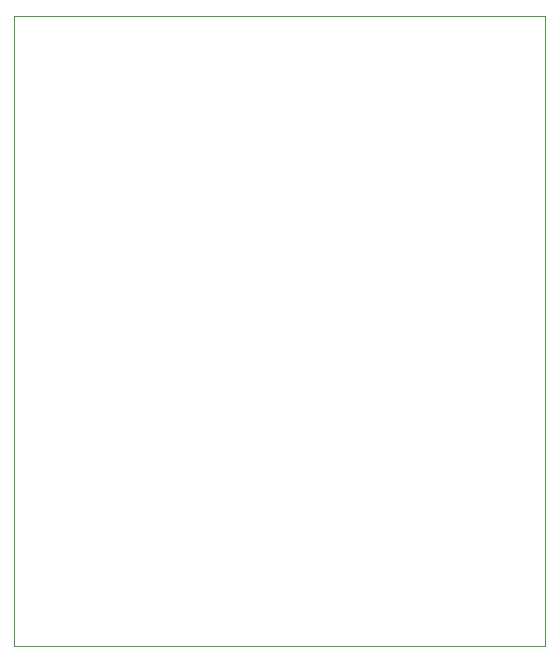
<source format=gbr>
G04 #@! TF.GenerationSoftware,KiCad,Pcbnew,(5.1.5)-3*
G04 #@! TF.CreationDate,2020-01-25T20:30:53+03:00*
G04 #@! TF.ProjectId,Casio PB-1000 Debug Unit,43617369-6f20-4504-922d-313030302044,rev?*
G04 #@! TF.SameCoordinates,Original*
G04 #@! TF.FileFunction,Profile,NP*
%FSLAX46Y46*%
G04 Gerber Fmt 4.6, Leading zero omitted, Abs format (unit mm)*
G04 Created by KiCad (PCBNEW (5.1.5)-3) date 2020-01-25 20:30:53*
%MOMM*%
%LPD*%
G04 APERTURE LIST*
%ADD10C,0.050000*%
G04 APERTURE END LIST*
D10*
X128016000Y-143256000D02*
X128016000Y-89916000D01*
X172974000Y-143256000D02*
X128016000Y-143256000D01*
X172974000Y-89916000D02*
X172974000Y-143256000D01*
X171196000Y-89916000D02*
X172974000Y-89916000D01*
X128016000Y-89916000D02*
X171196000Y-89916000D01*
M02*

</source>
